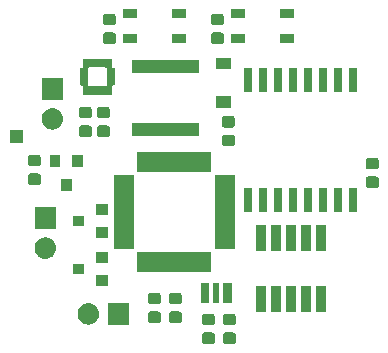
<source format=gts>
G04 #@! TF.GenerationSoftware,KiCad,Pcbnew,(5.0.2)-1*
G04 #@! TF.CreationDate,2019-03-25T12:23:43+09:00*
G04 #@! TF.ProjectId,NixieHourglass,4e697869-6548-46f7-9572-676c6173732e,rev?*
G04 #@! TF.SameCoordinates,Original*
G04 #@! TF.FileFunction,Soldermask,Top*
G04 #@! TF.FilePolarity,Negative*
%FSLAX46Y46*%
G04 Gerber Fmt 4.6, Leading zero omitted, Abs format (unit mm)*
G04 Created by KiCad (PCBNEW (5.0.2)-1) date 25/03/2019 12:23:43*
%MOMM*%
%LPD*%
G01*
G04 APERTURE LIST*
%ADD10C,0.100000*%
G04 APERTURE END LIST*
D10*
G36*
X93173591Y-93003085D02*
X93207569Y-93013393D01*
X93238887Y-93030133D01*
X93266339Y-93052661D01*
X93288867Y-93080113D01*
X93305607Y-93111431D01*
X93315915Y-93145409D01*
X93320000Y-93186890D01*
X93320000Y-93788110D01*
X93315915Y-93829591D01*
X93305607Y-93863569D01*
X93288867Y-93894887D01*
X93266339Y-93922339D01*
X93238887Y-93944867D01*
X93207569Y-93961607D01*
X93173591Y-93971915D01*
X93132110Y-93976000D01*
X92455890Y-93976000D01*
X92414409Y-93971915D01*
X92380431Y-93961607D01*
X92349113Y-93944867D01*
X92321661Y-93922339D01*
X92299133Y-93894887D01*
X92282393Y-93863569D01*
X92272085Y-93829591D01*
X92268000Y-93788110D01*
X92268000Y-93186890D01*
X92272085Y-93145409D01*
X92282393Y-93111431D01*
X92299133Y-93080113D01*
X92321661Y-93052661D01*
X92349113Y-93030133D01*
X92380431Y-93013393D01*
X92414409Y-93003085D01*
X92455890Y-92999000D01*
X93132110Y-92999000D01*
X93173591Y-93003085D01*
X93173591Y-93003085D01*
G37*
G36*
X91395591Y-93003085D02*
X91429569Y-93013393D01*
X91460887Y-93030133D01*
X91488339Y-93052661D01*
X91510867Y-93080113D01*
X91527607Y-93111431D01*
X91537915Y-93145409D01*
X91542000Y-93186890D01*
X91542000Y-93788110D01*
X91537915Y-93829591D01*
X91527607Y-93863569D01*
X91510867Y-93894887D01*
X91488339Y-93922339D01*
X91460887Y-93944867D01*
X91429569Y-93961607D01*
X91395591Y-93971915D01*
X91354110Y-93976000D01*
X90677890Y-93976000D01*
X90636409Y-93971915D01*
X90602431Y-93961607D01*
X90571113Y-93944867D01*
X90543661Y-93922339D01*
X90521133Y-93894887D01*
X90504393Y-93863569D01*
X90494085Y-93829591D01*
X90490000Y-93788110D01*
X90490000Y-93186890D01*
X90494085Y-93145409D01*
X90504393Y-93111431D01*
X90521133Y-93080113D01*
X90543661Y-93052661D01*
X90571113Y-93030133D01*
X90602431Y-93013393D01*
X90636409Y-93003085D01*
X90677890Y-92999000D01*
X91354110Y-92999000D01*
X91395591Y-93003085D01*
X91395591Y-93003085D01*
G37*
G36*
X93173591Y-91428085D02*
X93207569Y-91438393D01*
X93238887Y-91455133D01*
X93266339Y-91477661D01*
X93288867Y-91505113D01*
X93305607Y-91536431D01*
X93315915Y-91570409D01*
X93320000Y-91611890D01*
X93320000Y-92213110D01*
X93315915Y-92254591D01*
X93305607Y-92288569D01*
X93288867Y-92319887D01*
X93266339Y-92347339D01*
X93238887Y-92369867D01*
X93207569Y-92386607D01*
X93173591Y-92396915D01*
X93132110Y-92401000D01*
X92455890Y-92401000D01*
X92414409Y-92396915D01*
X92380431Y-92386607D01*
X92349113Y-92369867D01*
X92321661Y-92347339D01*
X92299133Y-92319887D01*
X92282393Y-92288569D01*
X92272085Y-92254591D01*
X92268000Y-92213110D01*
X92268000Y-91611890D01*
X92272085Y-91570409D01*
X92282393Y-91536431D01*
X92299133Y-91505113D01*
X92321661Y-91477661D01*
X92349113Y-91455133D01*
X92380431Y-91438393D01*
X92414409Y-91428085D01*
X92455890Y-91424000D01*
X93132110Y-91424000D01*
X93173591Y-91428085D01*
X93173591Y-91428085D01*
G37*
G36*
X91395591Y-91428085D02*
X91429569Y-91438393D01*
X91460887Y-91455133D01*
X91488339Y-91477661D01*
X91510867Y-91505113D01*
X91527607Y-91536431D01*
X91537915Y-91570409D01*
X91542000Y-91611890D01*
X91542000Y-92213110D01*
X91537915Y-92254591D01*
X91527607Y-92288569D01*
X91510867Y-92319887D01*
X91488339Y-92347339D01*
X91460887Y-92369867D01*
X91429569Y-92386607D01*
X91395591Y-92396915D01*
X91354110Y-92401000D01*
X90677890Y-92401000D01*
X90636409Y-92396915D01*
X90602431Y-92386607D01*
X90571113Y-92369867D01*
X90543661Y-92347339D01*
X90521133Y-92319887D01*
X90504393Y-92288569D01*
X90494085Y-92254591D01*
X90490000Y-92213110D01*
X90490000Y-91611890D01*
X90494085Y-91570409D01*
X90504393Y-91536431D01*
X90521133Y-91505113D01*
X90543661Y-91477661D01*
X90571113Y-91455133D01*
X90602431Y-91438393D01*
X90636409Y-91428085D01*
X90677890Y-91424000D01*
X91354110Y-91424000D01*
X91395591Y-91428085D01*
X91395591Y-91428085D01*
G37*
G36*
X84297000Y-92331000D02*
X82495000Y-92331000D01*
X82495000Y-90529000D01*
X84297000Y-90529000D01*
X84297000Y-92331000D01*
X84297000Y-92331000D01*
G37*
G36*
X80966442Y-90535518D02*
X81032627Y-90542037D01*
X81145853Y-90576384D01*
X81202467Y-90593557D01*
X81257550Y-90623000D01*
X81358991Y-90677222D01*
X81394729Y-90706552D01*
X81496186Y-90789814D01*
X81579448Y-90891271D01*
X81608778Y-90927009D01*
X81608779Y-90927011D01*
X81692443Y-91083533D01*
X81692443Y-91083534D01*
X81743963Y-91253373D01*
X81761359Y-91430000D01*
X81743963Y-91606627D01*
X81725270Y-91668250D01*
X81692443Y-91776467D01*
X81618348Y-91915087D01*
X81608778Y-91932991D01*
X81591741Y-91953750D01*
X81496186Y-92070186D01*
X81405829Y-92144339D01*
X81358991Y-92182778D01*
X81358989Y-92182779D01*
X81202467Y-92266443D01*
X81145853Y-92283616D01*
X81032627Y-92317963D01*
X80966442Y-92324482D01*
X80900260Y-92331000D01*
X80811740Y-92331000D01*
X80745558Y-92324482D01*
X80679373Y-92317963D01*
X80566147Y-92283616D01*
X80509533Y-92266443D01*
X80353011Y-92182779D01*
X80353009Y-92182778D01*
X80306171Y-92144339D01*
X80215814Y-92070186D01*
X80120259Y-91953750D01*
X80103222Y-91932991D01*
X80093652Y-91915087D01*
X80019557Y-91776467D01*
X79986730Y-91668250D01*
X79968037Y-91606627D01*
X79950641Y-91430000D01*
X79968037Y-91253373D01*
X80019557Y-91083534D01*
X80019557Y-91083533D01*
X80103221Y-90927011D01*
X80103222Y-90927009D01*
X80132552Y-90891271D01*
X80215814Y-90789814D01*
X80317271Y-90706552D01*
X80353009Y-90677222D01*
X80454450Y-90623000D01*
X80509533Y-90593557D01*
X80566147Y-90576384D01*
X80679373Y-90542037D01*
X80745558Y-90535518D01*
X80811740Y-90529000D01*
X80900260Y-90529000D01*
X80966442Y-90535518D01*
X80966442Y-90535518D01*
G37*
G36*
X88601591Y-91225085D02*
X88635569Y-91235393D01*
X88666887Y-91252133D01*
X88694339Y-91274661D01*
X88716867Y-91302113D01*
X88733607Y-91333431D01*
X88743915Y-91367409D01*
X88748000Y-91408890D01*
X88748000Y-92010110D01*
X88743915Y-92051591D01*
X88733607Y-92085569D01*
X88716867Y-92116887D01*
X88694339Y-92144339D01*
X88666887Y-92166867D01*
X88635569Y-92183607D01*
X88601591Y-92193915D01*
X88560110Y-92198000D01*
X87883890Y-92198000D01*
X87842409Y-92193915D01*
X87808431Y-92183607D01*
X87777113Y-92166867D01*
X87749661Y-92144339D01*
X87727133Y-92116887D01*
X87710393Y-92085569D01*
X87700085Y-92051591D01*
X87696000Y-92010110D01*
X87696000Y-91408890D01*
X87700085Y-91367409D01*
X87710393Y-91333431D01*
X87727133Y-91302113D01*
X87749661Y-91274661D01*
X87777113Y-91252133D01*
X87808431Y-91235393D01*
X87842409Y-91225085D01*
X87883890Y-91221000D01*
X88560110Y-91221000D01*
X88601591Y-91225085D01*
X88601591Y-91225085D01*
G37*
G36*
X86823591Y-91225085D02*
X86857569Y-91235393D01*
X86888887Y-91252133D01*
X86916339Y-91274661D01*
X86938867Y-91302113D01*
X86955607Y-91333431D01*
X86965915Y-91367409D01*
X86970000Y-91408890D01*
X86970000Y-92010110D01*
X86965915Y-92051591D01*
X86955607Y-92085569D01*
X86938867Y-92116887D01*
X86916339Y-92144339D01*
X86888887Y-92166867D01*
X86857569Y-92183607D01*
X86823591Y-92193915D01*
X86782110Y-92198000D01*
X86105890Y-92198000D01*
X86064409Y-92193915D01*
X86030431Y-92183607D01*
X85999113Y-92166867D01*
X85971661Y-92144339D01*
X85949133Y-92116887D01*
X85932393Y-92085569D01*
X85922085Y-92051591D01*
X85918000Y-92010110D01*
X85918000Y-91408890D01*
X85922085Y-91367409D01*
X85932393Y-91333431D01*
X85949133Y-91302113D01*
X85971661Y-91274661D01*
X85999113Y-91252133D01*
X86030431Y-91235393D01*
X86064409Y-91225085D01*
X86105890Y-91221000D01*
X86782110Y-91221000D01*
X86823591Y-91225085D01*
X86823591Y-91225085D01*
G37*
G36*
X97200000Y-91306000D02*
X96348000Y-91306000D01*
X96348000Y-89104000D01*
X97200000Y-89104000D01*
X97200000Y-91306000D01*
X97200000Y-91306000D01*
G37*
G36*
X95930000Y-91306000D02*
X95078000Y-91306000D01*
X95078000Y-89104000D01*
X95930000Y-89104000D01*
X95930000Y-91306000D01*
X95930000Y-91306000D01*
G37*
G36*
X98470000Y-91306000D02*
X97618000Y-91306000D01*
X97618000Y-89104000D01*
X98470000Y-89104000D01*
X98470000Y-91306000D01*
X98470000Y-91306000D01*
G37*
G36*
X99740000Y-91306000D02*
X98888000Y-91306000D01*
X98888000Y-89104000D01*
X99740000Y-89104000D01*
X99740000Y-91306000D01*
X99740000Y-91306000D01*
G37*
G36*
X101010000Y-91306000D02*
X100158000Y-91306000D01*
X100158000Y-89104000D01*
X101010000Y-89104000D01*
X101010000Y-91306000D01*
X101010000Y-91306000D01*
G37*
G36*
X86823591Y-89650085D02*
X86857569Y-89660393D01*
X86888887Y-89677133D01*
X86916339Y-89699661D01*
X86938867Y-89727113D01*
X86955607Y-89758431D01*
X86965915Y-89792409D01*
X86970000Y-89833890D01*
X86970000Y-90435110D01*
X86965915Y-90476591D01*
X86955607Y-90510569D01*
X86938867Y-90541887D01*
X86916339Y-90569339D01*
X86888887Y-90591867D01*
X86857569Y-90608607D01*
X86823591Y-90618915D01*
X86782110Y-90623000D01*
X86105890Y-90623000D01*
X86064409Y-90618915D01*
X86030431Y-90608607D01*
X85999113Y-90591867D01*
X85971661Y-90569339D01*
X85949133Y-90541887D01*
X85932393Y-90510569D01*
X85922085Y-90476591D01*
X85918000Y-90435110D01*
X85918000Y-89833890D01*
X85922085Y-89792409D01*
X85932393Y-89758431D01*
X85949133Y-89727113D01*
X85971661Y-89699661D01*
X85999113Y-89677133D01*
X86030431Y-89660393D01*
X86064409Y-89650085D01*
X86105890Y-89646000D01*
X86782110Y-89646000D01*
X86823591Y-89650085D01*
X86823591Y-89650085D01*
G37*
G36*
X88601591Y-89650085D02*
X88635569Y-89660393D01*
X88666887Y-89677133D01*
X88694339Y-89699661D01*
X88716867Y-89727113D01*
X88733607Y-89758431D01*
X88743915Y-89792409D01*
X88748000Y-89833890D01*
X88748000Y-90435110D01*
X88743915Y-90476591D01*
X88733607Y-90510569D01*
X88716867Y-90541887D01*
X88694339Y-90569339D01*
X88666887Y-90591867D01*
X88635569Y-90608607D01*
X88601591Y-90618915D01*
X88560110Y-90623000D01*
X87883890Y-90623000D01*
X87842409Y-90618915D01*
X87808431Y-90608607D01*
X87777113Y-90591867D01*
X87749661Y-90569339D01*
X87727133Y-90541887D01*
X87710393Y-90510569D01*
X87700085Y-90476591D01*
X87696000Y-90435110D01*
X87696000Y-89833890D01*
X87700085Y-89792409D01*
X87710393Y-89758431D01*
X87727133Y-89727113D01*
X87749661Y-89699661D01*
X87777113Y-89677133D01*
X87808431Y-89660393D01*
X87842409Y-89650085D01*
X87883890Y-89646000D01*
X88560110Y-89646000D01*
X88601591Y-89650085D01*
X88601591Y-89650085D01*
G37*
G36*
X91095000Y-90513000D02*
X90393000Y-90513000D01*
X90393000Y-88811000D01*
X91095000Y-88811000D01*
X91095000Y-90513000D01*
X91095000Y-90513000D01*
G37*
G36*
X92995000Y-90513000D02*
X92293000Y-90513000D01*
X92293000Y-88811000D01*
X92995000Y-88811000D01*
X92995000Y-90513000D01*
X92995000Y-90513000D01*
G37*
G36*
X91945000Y-90513000D02*
X91443000Y-90513000D01*
X91443000Y-88811000D01*
X91945000Y-88811000D01*
X91945000Y-90513000D01*
X91945000Y-90513000D01*
G37*
G36*
X82527000Y-89031000D02*
X81525000Y-89031000D01*
X81525000Y-88129000D01*
X82527000Y-88129000D01*
X82527000Y-89031000D01*
X82527000Y-89031000D01*
G37*
G36*
X80527000Y-88081000D02*
X79525000Y-88081000D01*
X79525000Y-87179000D01*
X80527000Y-87179000D01*
X80527000Y-88081000D01*
X80527000Y-88081000D01*
G37*
G36*
X91264000Y-87905000D02*
X85012000Y-87905000D01*
X85012000Y-86203000D01*
X91264000Y-86203000D01*
X91264000Y-87905000D01*
X91264000Y-87905000D01*
G37*
G36*
X82527000Y-87131000D02*
X81525000Y-87131000D01*
X81525000Y-86229000D01*
X82527000Y-86229000D01*
X82527000Y-87131000D01*
X82527000Y-87131000D01*
G37*
G36*
X77326442Y-84957518D02*
X77392627Y-84964037D01*
X77505853Y-84998384D01*
X77562467Y-85015557D01*
X77701087Y-85089652D01*
X77718991Y-85099222D01*
X77754729Y-85128552D01*
X77856186Y-85211814D01*
X77939448Y-85313271D01*
X77968778Y-85349009D01*
X77968779Y-85349011D01*
X78052443Y-85505533D01*
X78052443Y-85505534D01*
X78103963Y-85675373D01*
X78121359Y-85852000D01*
X78103963Y-86028627D01*
X78071392Y-86136000D01*
X78052443Y-86198467D01*
X77978348Y-86337087D01*
X77968778Y-86354991D01*
X77939448Y-86390729D01*
X77856186Y-86492186D01*
X77754729Y-86575448D01*
X77718991Y-86604778D01*
X77718989Y-86604779D01*
X77562467Y-86688443D01*
X77505853Y-86705616D01*
X77392627Y-86739963D01*
X77326443Y-86746481D01*
X77260260Y-86753000D01*
X77171740Y-86753000D01*
X77105557Y-86746481D01*
X77039373Y-86739963D01*
X76926147Y-86705616D01*
X76869533Y-86688443D01*
X76713011Y-86604779D01*
X76713009Y-86604778D01*
X76677271Y-86575448D01*
X76575814Y-86492186D01*
X76492552Y-86390729D01*
X76463222Y-86354991D01*
X76453652Y-86337087D01*
X76379557Y-86198467D01*
X76360608Y-86136000D01*
X76328037Y-86028627D01*
X76310641Y-85852000D01*
X76328037Y-85675373D01*
X76379557Y-85505534D01*
X76379557Y-85505533D01*
X76463221Y-85349011D01*
X76463222Y-85349009D01*
X76492552Y-85313271D01*
X76575814Y-85211814D01*
X76677271Y-85128552D01*
X76713009Y-85099222D01*
X76730913Y-85089652D01*
X76869533Y-85015557D01*
X76926147Y-84998384D01*
X77039373Y-84964037D01*
X77105558Y-84957518D01*
X77171740Y-84951000D01*
X77260260Y-84951000D01*
X77326442Y-84957518D01*
X77326442Y-84957518D01*
G37*
G36*
X97200000Y-86136000D02*
X96348000Y-86136000D01*
X96348000Y-83934000D01*
X97200000Y-83934000D01*
X97200000Y-86136000D01*
X97200000Y-86136000D01*
G37*
G36*
X98470000Y-86136000D02*
X97618000Y-86136000D01*
X97618000Y-83934000D01*
X98470000Y-83934000D01*
X98470000Y-86136000D01*
X98470000Y-86136000D01*
G37*
G36*
X99740000Y-86136000D02*
X98888000Y-86136000D01*
X98888000Y-83934000D01*
X99740000Y-83934000D01*
X99740000Y-86136000D01*
X99740000Y-86136000D01*
G37*
G36*
X101010000Y-86136000D02*
X100158000Y-86136000D01*
X100158000Y-83934000D01*
X101010000Y-83934000D01*
X101010000Y-86136000D01*
X101010000Y-86136000D01*
G37*
G36*
X95930000Y-86136000D02*
X95078000Y-86136000D01*
X95078000Y-83934000D01*
X95930000Y-83934000D01*
X95930000Y-86136000D01*
X95930000Y-86136000D01*
G37*
G36*
X93239000Y-85930000D02*
X91537000Y-85930000D01*
X91537000Y-79678000D01*
X93239000Y-79678000D01*
X93239000Y-85930000D01*
X93239000Y-85930000D01*
G37*
G36*
X84739000Y-85930000D02*
X83037000Y-85930000D01*
X83037000Y-79678000D01*
X84739000Y-79678000D01*
X84739000Y-85930000D01*
X84739000Y-85930000D01*
G37*
G36*
X82527000Y-84967000D02*
X81525000Y-84967000D01*
X81525000Y-84065000D01*
X82527000Y-84065000D01*
X82527000Y-84967000D01*
X82527000Y-84967000D01*
G37*
G36*
X78117000Y-84213000D02*
X76315000Y-84213000D01*
X76315000Y-82411000D01*
X78117000Y-82411000D01*
X78117000Y-84213000D01*
X78117000Y-84213000D01*
G37*
G36*
X80527000Y-84017000D02*
X79525000Y-84017000D01*
X79525000Y-83115000D01*
X80527000Y-83115000D01*
X80527000Y-84017000D01*
X80527000Y-84017000D01*
G37*
G36*
X82527000Y-83067000D02*
X81525000Y-83067000D01*
X81525000Y-82165000D01*
X82527000Y-82165000D01*
X82527000Y-83067000D01*
X82527000Y-83067000D01*
G37*
G36*
X103619500Y-82791500D02*
X102882500Y-82791500D01*
X102882500Y-80784500D01*
X103619500Y-80784500D01*
X103619500Y-82791500D01*
X103619500Y-82791500D01*
G37*
G36*
X94729500Y-82791500D02*
X93992500Y-82791500D01*
X93992500Y-80784500D01*
X94729500Y-80784500D01*
X94729500Y-82791500D01*
X94729500Y-82791500D01*
G37*
G36*
X95999500Y-82791500D02*
X95262500Y-82791500D01*
X95262500Y-80784500D01*
X95999500Y-80784500D01*
X95999500Y-82791500D01*
X95999500Y-82791500D01*
G37*
G36*
X97269500Y-82791500D02*
X96532500Y-82791500D01*
X96532500Y-80784500D01*
X97269500Y-80784500D01*
X97269500Y-82791500D01*
X97269500Y-82791500D01*
G37*
G36*
X98539500Y-82791500D02*
X97802500Y-82791500D01*
X97802500Y-80784500D01*
X98539500Y-80784500D01*
X98539500Y-82791500D01*
X98539500Y-82791500D01*
G37*
G36*
X99809500Y-82791500D02*
X99072500Y-82791500D01*
X99072500Y-80784500D01*
X99809500Y-80784500D01*
X99809500Y-82791500D01*
X99809500Y-82791500D01*
G37*
G36*
X101079500Y-82791500D02*
X100342500Y-82791500D01*
X100342500Y-80784500D01*
X101079500Y-80784500D01*
X101079500Y-82791500D01*
X101079500Y-82791500D01*
G37*
G36*
X102349500Y-82791500D02*
X101612500Y-82791500D01*
X101612500Y-80784500D01*
X102349500Y-80784500D01*
X102349500Y-82791500D01*
X102349500Y-82791500D01*
G37*
G36*
X79445000Y-81003000D02*
X78543000Y-81003000D01*
X78543000Y-80001000D01*
X79445000Y-80001000D01*
X79445000Y-81003000D01*
X79445000Y-81003000D01*
G37*
G36*
X105279591Y-79795085D02*
X105313569Y-79805393D01*
X105344887Y-79822133D01*
X105372339Y-79844661D01*
X105394867Y-79872113D01*
X105411607Y-79903431D01*
X105421915Y-79937409D01*
X105426000Y-79978890D01*
X105426000Y-80580110D01*
X105421915Y-80621591D01*
X105411607Y-80655569D01*
X105394867Y-80686887D01*
X105372339Y-80714339D01*
X105344887Y-80736867D01*
X105313569Y-80753607D01*
X105279591Y-80763915D01*
X105238110Y-80768000D01*
X104561890Y-80768000D01*
X104520409Y-80763915D01*
X104486431Y-80753607D01*
X104455113Y-80736867D01*
X104427661Y-80714339D01*
X104405133Y-80686887D01*
X104388393Y-80655569D01*
X104378085Y-80621591D01*
X104374000Y-80580110D01*
X104374000Y-79978890D01*
X104378085Y-79937409D01*
X104388393Y-79903431D01*
X104405133Y-79872113D01*
X104427661Y-79844661D01*
X104455113Y-79822133D01*
X104486431Y-79805393D01*
X104520409Y-79795085D01*
X104561890Y-79791000D01*
X105238110Y-79791000D01*
X105279591Y-79795085D01*
X105279591Y-79795085D01*
G37*
G36*
X76663591Y-79541085D02*
X76697569Y-79551393D01*
X76728887Y-79568133D01*
X76756339Y-79590661D01*
X76778867Y-79618113D01*
X76795607Y-79649431D01*
X76805915Y-79683409D01*
X76810000Y-79724890D01*
X76810000Y-80326110D01*
X76805915Y-80367591D01*
X76795607Y-80401569D01*
X76778867Y-80432887D01*
X76756339Y-80460339D01*
X76728887Y-80482867D01*
X76697569Y-80499607D01*
X76663591Y-80509915D01*
X76622110Y-80514000D01*
X75945890Y-80514000D01*
X75904409Y-80509915D01*
X75870431Y-80499607D01*
X75839113Y-80482867D01*
X75811661Y-80460339D01*
X75789133Y-80432887D01*
X75772393Y-80401569D01*
X75762085Y-80367591D01*
X75758000Y-80326110D01*
X75758000Y-79724890D01*
X75762085Y-79683409D01*
X75772393Y-79649431D01*
X75789133Y-79618113D01*
X75811661Y-79590661D01*
X75839113Y-79568133D01*
X75870431Y-79551393D01*
X75904409Y-79541085D01*
X75945890Y-79537000D01*
X76622110Y-79537000D01*
X76663591Y-79541085D01*
X76663591Y-79541085D01*
G37*
G36*
X91264000Y-79405000D02*
X85012000Y-79405000D01*
X85012000Y-77703000D01*
X91264000Y-77703000D01*
X91264000Y-79405000D01*
X91264000Y-79405000D01*
G37*
G36*
X105279591Y-78220085D02*
X105313569Y-78230393D01*
X105344887Y-78247133D01*
X105372339Y-78269661D01*
X105394867Y-78297113D01*
X105411607Y-78328431D01*
X105421915Y-78362409D01*
X105426000Y-78403890D01*
X105426000Y-79005110D01*
X105421915Y-79046591D01*
X105411607Y-79080569D01*
X105394867Y-79111887D01*
X105372339Y-79139339D01*
X105344887Y-79161867D01*
X105313569Y-79178607D01*
X105279591Y-79188915D01*
X105238110Y-79193000D01*
X104561890Y-79193000D01*
X104520409Y-79188915D01*
X104486431Y-79178607D01*
X104455113Y-79161867D01*
X104427661Y-79139339D01*
X104405133Y-79111887D01*
X104388393Y-79080569D01*
X104378085Y-79046591D01*
X104374000Y-79005110D01*
X104374000Y-78403890D01*
X104378085Y-78362409D01*
X104388393Y-78328431D01*
X104405133Y-78297113D01*
X104427661Y-78269661D01*
X104455113Y-78247133D01*
X104486431Y-78230393D01*
X104520409Y-78220085D01*
X104561890Y-78216000D01*
X105238110Y-78216000D01*
X105279591Y-78220085D01*
X105279591Y-78220085D01*
G37*
G36*
X80395000Y-79003000D02*
X79493000Y-79003000D01*
X79493000Y-78001000D01*
X80395000Y-78001000D01*
X80395000Y-79003000D01*
X80395000Y-79003000D01*
G37*
G36*
X78495000Y-79003000D02*
X77593000Y-79003000D01*
X77593000Y-78001000D01*
X78495000Y-78001000D01*
X78495000Y-79003000D01*
X78495000Y-79003000D01*
G37*
G36*
X76663591Y-77966085D02*
X76697569Y-77976393D01*
X76728887Y-77993133D01*
X76756339Y-78015661D01*
X76778867Y-78043113D01*
X76795607Y-78074431D01*
X76805915Y-78108409D01*
X76810000Y-78149890D01*
X76810000Y-78751110D01*
X76805915Y-78792591D01*
X76795607Y-78826569D01*
X76778867Y-78857887D01*
X76756339Y-78885339D01*
X76728887Y-78907867D01*
X76697569Y-78924607D01*
X76663591Y-78934915D01*
X76622110Y-78939000D01*
X75945890Y-78939000D01*
X75904409Y-78934915D01*
X75870431Y-78924607D01*
X75839113Y-78907867D01*
X75811661Y-78885339D01*
X75789133Y-78857887D01*
X75772393Y-78826569D01*
X75762085Y-78792591D01*
X75758000Y-78751110D01*
X75758000Y-78149890D01*
X75762085Y-78108409D01*
X75772393Y-78074431D01*
X75789133Y-78043113D01*
X75811661Y-78015661D01*
X75839113Y-77993133D01*
X75870431Y-77976393D01*
X75904409Y-77966085D01*
X75945890Y-77962000D01*
X76622110Y-77962000D01*
X76663591Y-77966085D01*
X76663591Y-77966085D01*
G37*
G36*
X93089591Y-76249085D02*
X93123569Y-76259393D01*
X93154887Y-76276133D01*
X93182339Y-76298661D01*
X93204867Y-76326113D01*
X93221607Y-76357431D01*
X93231915Y-76391409D01*
X93236000Y-76432890D01*
X93236000Y-77034110D01*
X93231915Y-77075591D01*
X93221607Y-77109569D01*
X93204867Y-77140887D01*
X93182339Y-77168339D01*
X93154887Y-77190867D01*
X93123569Y-77207607D01*
X93089591Y-77217915D01*
X93048110Y-77222000D01*
X92371890Y-77222000D01*
X92330409Y-77217915D01*
X92296431Y-77207607D01*
X92265113Y-77190867D01*
X92237661Y-77168339D01*
X92215133Y-77140887D01*
X92198393Y-77109569D01*
X92188085Y-77075591D01*
X92184000Y-77034110D01*
X92184000Y-76432890D01*
X92188085Y-76391409D01*
X92198393Y-76357431D01*
X92215133Y-76326113D01*
X92237661Y-76298661D01*
X92265113Y-76276133D01*
X92296431Y-76259393D01*
X92330409Y-76249085D01*
X92371890Y-76245000D01*
X93048110Y-76245000D01*
X93089591Y-76249085D01*
X93089591Y-76249085D01*
G37*
G36*
X75311000Y-76995000D02*
X74209000Y-76995000D01*
X74209000Y-75893000D01*
X75311000Y-75893000D01*
X75311000Y-76995000D01*
X75311000Y-76995000D01*
G37*
G36*
X80981591Y-75477085D02*
X81015569Y-75487393D01*
X81046887Y-75504133D01*
X81074339Y-75526661D01*
X81096867Y-75554113D01*
X81113607Y-75585431D01*
X81123915Y-75619409D01*
X81128000Y-75660890D01*
X81128000Y-76262110D01*
X81123915Y-76303591D01*
X81113607Y-76337569D01*
X81096867Y-76368887D01*
X81074339Y-76396339D01*
X81046887Y-76418867D01*
X81015569Y-76435607D01*
X80981591Y-76445915D01*
X80940110Y-76450000D01*
X80263890Y-76450000D01*
X80222409Y-76445915D01*
X80188431Y-76435607D01*
X80157113Y-76418867D01*
X80129661Y-76396339D01*
X80107133Y-76368887D01*
X80090393Y-76337569D01*
X80080085Y-76303591D01*
X80076000Y-76262110D01*
X80076000Y-75660890D01*
X80080085Y-75619409D01*
X80090393Y-75585431D01*
X80107133Y-75554113D01*
X80129661Y-75526661D01*
X80157113Y-75504133D01*
X80188431Y-75487393D01*
X80222409Y-75477085D01*
X80263890Y-75473000D01*
X80940110Y-75473000D01*
X80981591Y-75477085D01*
X80981591Y-75477085D01*
G37*
G36*
X82505591Y-75477085D02*
X82539569Y-75487393D01*
X82570887Y-75504133D01*
X82598339Y-75526661D01*
X82620867Y-75554113D01*
X82637607Y-75585431D01*
X82647915Y-75619409D01*
X82652000Y-75660890D01*
X82652000Y-76262110D01*
X82647915Y-76303591D01*
X82637607Y-76337569D01*
X82620867Y-76368887D01*
X82598339Y-76396339D01*
X82570887Y-76418867D01*
X82539569Y-76435607D01*
X82505591Y-76445915D01*
X82464110Y-76450000D01*
X81787890Y-76450000D01*
X81746409Y-76445915D01*
X81712431Y-76435607D01*
X81681113Y-76418867D01*
X81653661Y-76396339D01*
X81631133Y-76368887D01*
X81614393Y-76337569D01*
X81604085Y-76303591D01*
X81600000Y-76262110D01*
X81600000Y-75660890D01*
X81604085Y-75619409D01*
X81614393Y-75585431D01*
X81631133Y-75554113D01*
X81653661Y-75526661D01*
X81681113Y-75504133D01*
X81712431Y-75487393D01*
X81746409Y-75477085D01*
X81787890Y-75473000D01*
X82464110Y-75473000D01*
X82505591Y-75477085D01*
X82505591Y-75477085D01*
G37*
G36*
X90227000Y-76403000D02*
X84525000Y-76403000D01*
X84525000Y-75301000D01*
X90227000Y-75301000D01*
X90227000Y-76403000D01*
X90227000Y-76403000D01*
G37*
G36*
X77918443Y-74025519D02*
X77984627Y-74032037D01*
X78097853Y-74066384D01*
X78154467Y-74083557D01*
X78264272Y-74142250D01*
X78310991Y-74167222D01*
X78346729Y-74196552D01*
X78448186Y-74279814D01*
X78531448Y-74381271D01*
X78560778Y-74417009D01*
X78560779Y-74417011D01*
X78644443Y-74573533D01*
X78644443Y-74573534D01*
X78695963Y-74743373D01*
X78713359Y-74920000D01*
X78695963Y-75096627D01*
X78661616Y-75209853D01*
X78644443Y-75266467D01*
X78625984Y-75301000D01*
X78560778Y-75422991D01*
X78538283Y-75450401D01*
X78448186Y-75560186D01*
X78376021Y-75619409D01*
X78310991Y-75672778D01*
X78310989Y-75672779D01*
X78154467Y-75756443D01*
X78097853Y-75773616D01*
X77984627Y-75807963D01*
X77918442Y-75814482D01*
X77852260Y-75821000D01*
X77763740Y-75821000D01*
X77697558Y-75814482D01*
X77631373Y-75807963D01*
X77518147Y-75773616D01*
X77461533Y-75756443D01*
X77305011Y-75672779D01*
X77305009Y-75672778D01*
X77239979Y-75619409D01*
X77167814Y-75560186D01*
X77077717Y-75450401D01*
X77055222Y-75422991D01*
X76990016Y-75301000D01*
X76971557Y-75266467D01*
X76954384Y-75209853D01*
X76920037Y-75096627D01*
X76902641Y-74920000D01*
X76920037Y-74743373D01*
X76971557Y-74573534D01*
X76971557Y-74573533D01*
X77055221Y-74417011D01*
X77055222Y-74417009D01*
X77084552Y-74381271D01*
X77167814Y-74279814D01*
X77269271Y-74196552D01*
X77305009Y-74167222D01*
X77351728Y-74142250D01*
X77461533Y-74083557D01*
X77518147Y-74066384D01*
X77631373Y-74032037D01*
X77697557Y-74025519D01*
X77763740Y-74019000D01*
X77852260Y-74019000D01*
X77918443Y-74025519D01*
X77918443Y-74025519D01*
G37*
G36*
X93089591Y-74674085D02*
X93123569Y-74684393D01*
X93154887Y-74701133D01*
X93182339Y-74723661D01*
X93204867Y-74751113D01*
X93221607Y-74782431D01*
X93231915Y-74816409D01*
X93236000Y-74857890D01*
X93236000Y-75459110D01*
X93231915Y-75500591D01*
X93221607Y-75534569D01*
X93204867Y-75565887D01*
X93182339Y-75593339D01*
X93154887Y-75615867D01*
X93123569Y-75632607D01*
X93089591Y-75642915D01*
X93048110Y-75647000D01*
X92371890Y-75647000D01*
X92330409Y-75642915D01*
X92296431Y-75632607D01*
X92265113Y-75615867D01*
X92237661Y-75593339D01*
X92215133Y-75565887D01*
X92198393Y-75534569D01*
X92188085Y-75500591D01*
X92184000Y-75459110D01*
X92184000Y-74857890D01*
X92188085Y-74816409D01*
X92198393Y-74782431D01*
X92215133Y-74751113D01*
X92237661Y-74723661D01*
X92265113Y-74701133D01*
X92296431Y-74684393D01*
X92330409Y-74674085D01*
X92371890Y-74670000D01*
X93048110Y-74670000D01*
X93089591Y-74674085D01*
X93089591Y-74674085D01*
G37*
G36*
X80981591Y-73902085D02*
X81015569Y-73912393D01*
X81046887Y-73929133D01*
X81074339Y-73951661D01*
X81096867Y-73979113D01*
X81113607Y-74010431D01*
X81123915Y-74044409D01*
X81128000Y-74085890D01*
X81128000Y-74687110D01*
X81123915Y-74728591D01*
X81113607Y-74762569D01*
X81096867Y-74793887D01*
X81074339Y-74821339D01*
X81046887Y-74843867D01*
X81015569Y-74860607D01*
X80981591Y-74870915D01*
X80940110Y-74875000D01*
X80263890Y-74875000D01*
X80222409Y-74870915D01*
X80188431Y-74860607D01*
X80157113Y-74843867D01*
X80129661Y-74821339D01*
X80107133Y-74793887D01*
X80090393Y-74762569D01*
X80080085Y-74728591D01*
X80076000Y-74687110D01*
X80076000Y-74085890D01*
X80080085Y-74044409D01*
X80090393Y-74010431D01*
X80107133Y-73979113D01*
X80129661Y-73951661D01*
X80157113Y-73929133D01*
X80188431Y-73912393D01*
X80222409Y-73902085D01*
X80263890Y-73898000D01*
X80940110Y-73898000D01*
X80981591Y-73902085D01*
X80981591Y-73902085D01*
G37*
G36*
X82505591Y-73902085D02*
X82539569Y-73912393D01*
X82570887Y-73929133D01*
X82598339Y-73951661D01*
X82620867Y-73979113D01*
X82637607Y-74010431D01*
X82647915Y-74044409D01*
X82652000Y-74085890D01*
X82652000Y-74687110D01*
X82647915Y-74728591D01*
X82637607Y-74762569D01*
X82620867Y-74793887D01*
X82598339Y-74821339D01*
X82570887Y-74843867D01*
X82539569Y-74860607D01*
X82505591Y-74870915D01*
X82464110Y-74875000D01*
X81787890Y-74875000D01*
X81746409Y-74870915D01*
X81712431Y-74860607D01*
X81681113Y-74843867D01*
X81653661Y-74821339D01*
X81631133Y-74793887D01*
X81614393Y-74762569D01*
X81604085Y-74728591D01*
X81600000Y-74687110D01*
X81600000Y-74085890D01*
X81604085Y-74044409D01*
X81614393Y-74010431D01*
X81631133Y-73979113D01*
X81653661Y-73951661D01*
X81681113Y-73929133D01*
X81712431Y-73912393D01*
X81746409Y-73902085D01*
X81787890Y-73898000D01*
X82464110Y-73898000D01*
X82505591Y-73902085D01*
X82505591Y-73902085D01*
G37*
G36*
X92937000Y-74023000D02*
X91635000Y-74023000D01*
X91635000Y-73021000D01*
X92937000Y-73021000D01*
X92937000Y-74023000D01*
X92937000Y-74023000D01*
G37*
G36*
X78709000Y-73281000D02*
X76907000Y-73281000D01*
X76907000Y-71479000D01*
X78709000Y-71479000D01*
X78709000Y-73281000D01*
X78709000Y-73281000D01*
G37*
G36*
X82844000Y-70513000D02*
X82846402Y-70537386D01*
X82853515Y-70560835D01*
X82865066Y-70582446D01*
X82880612Y-70601388D01*
X82899554Y-70616934D01*
X82921165Y-70628485D01*
X82944614Y-70635598D01*
X82969000Y-70638000D01*
X83119000Y-70638000D01*
X83119000Y-72090000D01*
X82969000Y-72090000D01*
X82944614Y-72092402D01*
X82921165Y-72099515D01*
X82899554Y-72111066D01*
X82880612Y-72126612D01*
X82865066Y-72145554D01*
X82853515Y-72167165D01*
X82846402Y-72190614D01*
X82844000Y-72215000D01*
X82844000Y-72865000D01*
X80392000Y-72865000D01*
X80392000Y-72215000D01*
X80389598Y-72190614D01*
X80382485Y-72167165D01*
X80370934Y-72145554D01*
X80355388Y-72126612D01*
X80336446Y-72111066D01*
X80314835Y-72099515D01*
X80291386Y-72092402D01*
X80267000Y-72090000D01*
X80117000Y-72090000D01*
X80117000Y-70690000D01*
X80819000Y-70690000D01*
X80819000Y-72038000D01*
X80821402Y-72062386D01*
X80828515Y-72085835D01*
X80840066Y-72107446D01*
X80855612Y-72126388D01*
X80874554Y-72141934D01*
X80896165Y-72153485D01*
X80919614Y-72160598D01*
X80944000Y-72163000D01*
X82292000Y-72163000D01*
X82316386Y-72160598D01*
X82339835Y-72153485D01*
X82361446Y-72141934D01*
X82380388Y-72126388D01*
X82395934Y-72107446D01*
X82407485Y-72085835D01*
X82414598Y-72062386D01*
X82417000Y-72038000D01*
X82417000Y-70690000D01*
X82414598Y-70665614D01*
X82407485Y-70642165D01*
X82395934Y-70620554D01*
X82380388Y-70601612D01*
X82361446Y-70586066D01*
X82339835Y-70574515D01*
X82316386Y-70567402D01*
X82292000Y-70565000D01*
X80944000Y-70565000D01*
X80919614Y-70567402D01*
X80896165Y-70574515D01*
X80874554Y-70586066D01*
X80855612Y-70601612D01*
X80840066Y-70620554D01*
X80828515Y-70642165D01*
X80821402Y-70665614D01*
X80819000Y-70690000D01*
X80117000Y-70690000D01*
X80117000Y-70638000D01*
X80267000Y-70638000D01*
X80291386Y-70635598D01*
X80314835Y-70628485D01*
X80336446Y-70616934D01*
X80355388Y-70601388D01*
X80370934Y-70582446D01*
X80382485Y-70560835D01*
X80389598Y-70537386D01*
X80392000Y-70513000D01*
X80392000Y-69863000D01*
X82844000Y-69863000D01*
X82844000Y-70513000D01*
X82844000Y-70513000D01*
G37*
G36*
X98539500Y-72631500D02*
X97802500Y-72631500D01*
X97802500Y-70624500D01*
X98539500Y-70624500D01*
X98539500Y-72631500D01*
X98539500Y-72631500D01*
G37*
G36*
X101079500Y-72631500D02*
X100342500Y-72631500D01*
X100342500Y-70624500D01*
X101079500Y-70624500D01*
X101079500Y-72631500D01*
X101079500Y-72631500D01*
G37*
G36*
X95999500Y-72631500D02*
X95262500Y-72631500D01*
X95262500Y-70624500D01*
X95999500Y-70624500D01*
X95999500Y-72631500D01*
X95999500Y-72631500D01*
G37*
G36*
X102349500Y-72631500D02*
X101612500Y-72631500D01*
X101612500Y-70624500D01*
X102349500Y-70624500D01*
X102349500Y-72631500D01*
X102349500Y-72631500D01*
G37*
G36*
X103619500Y-72631500D02*
X102882500Y-72631500D01*
X102882500Y-70624500D01*
X103619500Y-70624500D01*
X103619500Y-72631500D01*
X103619500Y-72631500D01*
G37*
G36*
X97269500Y-72631500D02*
X96532500Y-72631500D01*
X96532500Y-70624500D01*
X97269500Y-70624500D01*
X97269500Y-72631500D01*
X97269500Y-72631500D01*
G37*
G36*
X94729500Y-72631500D02*
X93992500Y-72631500D01*
X93992500Y-70624500D01*
X94729500Y-70624500D01*
X94729500Y-72631500D01*
X94729500Y-72631500D01*
G37*
G36*
X99809500Y-72631500D02*
X99072500Y-72631500D01*
X99072500Y-70624500D01*
X99809500Y-70624500D01*
X99809500Y-72631500D01*
X99809500Y-72631500D01*
G37*
G36*
X90227000Y-71003000D02*
X84525000Y-71003000D01*
X84525000Y-69901000D01*
X90227000Y-69901000D01*
X90227000Y-71003000D01*
X90227000Y-71003000D01*
G37*
G36*
X92937000Y-70723000D02*
X91635000Y-70723000D01*
X91635000Y-69721000D01*
X92937000Y-69721000D01*
X92937000Y-70723000D01*
X92937000Y-70723000D01*
G37*
G36*
X83013591Y-67603085D02*
X83047569Y-67613393D01*
X83078887Y-67630133D01*
X83106339Y-67652661D01*
X83128867Y-67680113D01*
X83145607Y-67711431D01*
X83155915Y-67745409D01*
X83160000Y-67786890D01*
X83160000Y-68388110D01*
X83155915Y-68429591D01*
X83145607Y-68463569D01*
X83128867Y-68494887D01*
X83106339Y-68522339D01*
X83078887Y-68544867D01*
X83047569Y-68561607D01*
X83013591Y-68571915D01*
X82972110Y-68576000D01*
X82295890Y-68576000D01*
X82254409Y-68571915D01*
X82220431Y-68561607D01*
X82189113Y-68544867D01*
X82161661Y-68522339D01*
X82139133Y-68494887D01*
X82122393Y-68463569D01*
X82112085Y-68429591D01*
X82108000Y-68388110D01*
X82108000Y-67786890D01*
X82112085Y-67745409D01*
X82122393Y-67711431D01*
X82139133Y-67680113D01*
X82161661Y-67652661D01*
X82189113Y-67630133D01*
X82220431Y-67613393D01*
X82254409Y-67603085D01*
X82295890Y-67599000D01*
X82972110Y-67599000D01*
X83013591Y-67603085D01*
X83013591Y-67603085D01*
G37*
G36*
X92157591Y-67603085D02*
X92191569Y-67613393D01*
X92222887Y-67630133D01*
X92250339Y-67652661D01*
X92272867Y-67680113D01*
X92289607Y-67711431D01*
X92299915Y-67745409D01*
X92304000Y-67786890D01*
X92304000Y-68388110D01*
X92299915Y-68429591D01*
X92289607Y-68463569D01*
X92272867Y-68494887D01*
X92250339Y-68522339D01*
X92222887Y-68544867D01*
X92191569Y-68561607D01*
X92157591Y-68571915D01*
X92116110Y-68576000D01*
X91439890Y-68576000D01*
X91398409Y-68571915D01*
X91364431Y-68561607D01*
X91333113Y-68544867D01*
X91305661Y-68522339D01*
X91283133Y-68494887D01*
X91266393Y-68463569D01*
X91256085Y-68429591D01*
X91252000Y-68388110D01*
X91252000Y-67786890D01*
X91256085Y-67745409D01*
X91266393Y-67711431D01*
X91283133Y-67680113D01*
X91305661Y-67652661D01*
X91333113Y-67630133D01*
X91364431Y-67613393D01*
X91398409Y-67603085D01*
X91439890Y-67599000D01*
X92116110Y-67599000D01*
X92157591Y-67603085D01*
X92157591Y-67603085D01*
G37*
G36*
X98239000Y-68497000D02*
X97087000Y-68497000D01*
X97087000Y-67745000D01*
X98239000Y-67745000D01*
X98239000Y-68497000D01*
X98239000Y-68497000D01*
G37*
G36*
X89095000Y-68497000D02*
X87943000Y-68497000D01*
X87943000Y-67745000D01*
X89095000Y-67745000D01*
X89095000Y-68497000D01*
X89095000Y-68497000D01*
G37*
G36*
X94089000Y-68497000D02*
X92937000Y-68497000D01*
X92937000Y-67745000D01*
X94089000Y-67745000D01*
X94089000Y-68497000D01*
X94089000Y-68497000D01*
G37*
G36*
X84945000Y-68497000D02*
X83793000Y-68497000D01*
X83793000Y-67745000D01*
X84945000Y-67745000D01*
X84945000Y-68497000D01*
X84945000Y-68497000D01*
G37*
G36*
X92157591Y-66028085D02*
X92191569Y-66038393D01*
X92222887Y-66055133D01*
X92250339Y-66077661D01*
X92272867Y-66105113D01*
X92289607Y-66136431D01*
X92299915Y-66170409D01*
X92304000Y-66211890D01*
X92304000Y-66813110D01*
X92299915Y-66854591D01*
X92289607Y-66888569D01*
X92272867Y-66919887D01*
X92250339Y-66947339D01*
X92222887Y-66969867D01*
X92191569Y-66986607D01*
X92157591Y-66996915D01*
X92116110Y-67001000D01*
X91439890Y-67001000D01*
X91398409Y-66996915D01*
X91364431Y-66986607D01*
X91333113Y-66969867D01*
X91305661Y-66947339D01*
X91283133Y-66919887D01*
X91266393Y-66888569D01*
X91256085Y-66854591D01*
X91252000Y-66813110D01*
X91252000Y-66211890D01*
X91256085Y-66170409D01*
X91266393Y-66136431D01*
X91283133Y-66105113D01*
X91305661Y-66077661D01*
X91333113Y-66055133D01*
X91364431Y-66038393D01*
X91398409Y-66028085D01*
X91439890Y-66024000D01*
X92116110Y-66024000D01*
X92157591Y-66028085D01*
X92157591Y-66028085D01*
G37*
G36*
X83013591Y-66028085D02*
X83047569Y-66038393D01*
X83078887Y-66055133D01*
X83106339Y-66077661D01*
X83128867Y-66105113D01*
X83145607Y-66136431D01*
X83155915Y-66170409D01*
X83160000Y-66211890D01*
X83160000Y-66813110D01*
X83155915Y-66854591D01*
X83145607Y-66888569D01*
X83128867Y-66919887D01*
X83106339Y-66947339D01*
X83078887Y-66969867D01*
X83047569Y-66986607D01*
X83013591Y-66996915D01*
X82972110Y-67001000D01*
X82295890Y-67001000D01*
X82254409Y-66996915D01*
X82220431Y-66986607D01*
X82189113Y-66969867D01*
X82161661Y-66947339D01*
X82139133Y-66919887D01*
X82122393Y-66888569D01*
X82112085Y-66854591D01*
X82108000Y-66813110D01*
X82108000Y-66211890D01*
X82112085Y-66170409D01*
X82122393Y-66136431D01*
X82139133Y-66105113D01*
X82161661Y-66077661D01*
X82189113Y-66055133D01*
X82220431Y-66038393D01*
X82254409Y-66028085D01*
X82295890Y-66024000D01*
X82972110Y-66024000D01*
X83013591Y-66028085D01*
X83013591Y-66028085D01*
G37*
G36*
X84945000Y-66347000D02*
X83793000Y-66347000D01*
X83793000Y-65595000D01*
X84945000Y-65595000D01*
X84945000Y-66347000D01*
X84945000Y-66347000D01*
G37*
G36*
X94089000Y-66347000D02*
X92937000Y-66347000D01*
X92937000Y-65595000D01*
X94089000Y-65595000D01*
X94089000Y-66347000D01*
X94089000Y-66347000D01*
G37*
G36*
X89095000Y-66347000D02*
X87943000Y-66347000D01*
X87943000Y-65595000D01*
X89095000Y-65595000D01*
X89095000Y-66347000D01*
X89095000Y-66347000D01*
G37*
G36*
X98239000Y-66347000D02*
X97087000Y-66347000D01*
X97087000Y-65595000D01*
X98239000Y-65595000D01*
X98239000Y-66347000D01*
X98239000Y-66347000D01*
G37*
M02*

</source>
